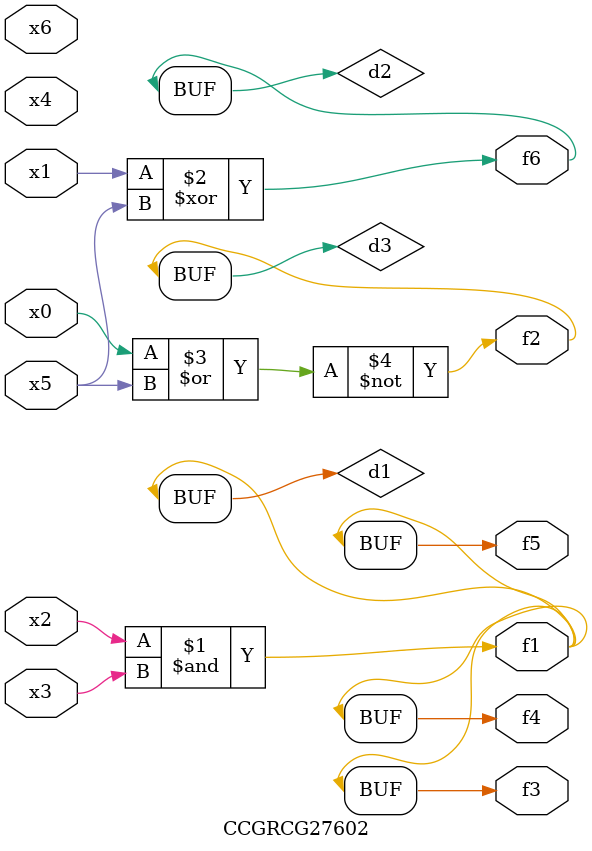
<source format=v>
module CCGRCG27602(
	input x0, x1, x2, x3, x4, x5, x6,
	output f1, f2, f3, f4, f5, f6
);

	wire d1, d2, d3;

	and (d1, x2, x3);
	xor (d2, x1, x5);
	nor (d3, x0, x5);
	assign f1 = d1;
	assign f2 = d3;
	assign f3 = d1;
	assign f4 = d1;
	assign f5 = d1;
	assign f6 = d2;
endmodule

</source>
